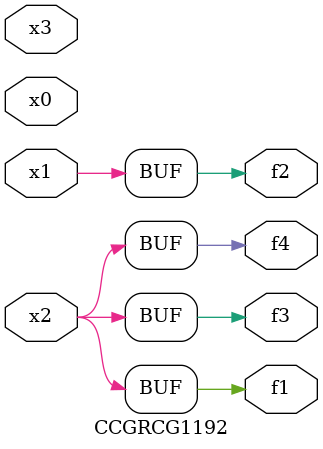
<source format=v>
module CCGRCG1192(
	input x0, x1, x2, x3,
	output f1, f2, f3, f4
);
	assign f1 = x2;
	assign f2 = x1;
	assign f3 = x2;
	assign f4 = x2;
endmodule

</source>
